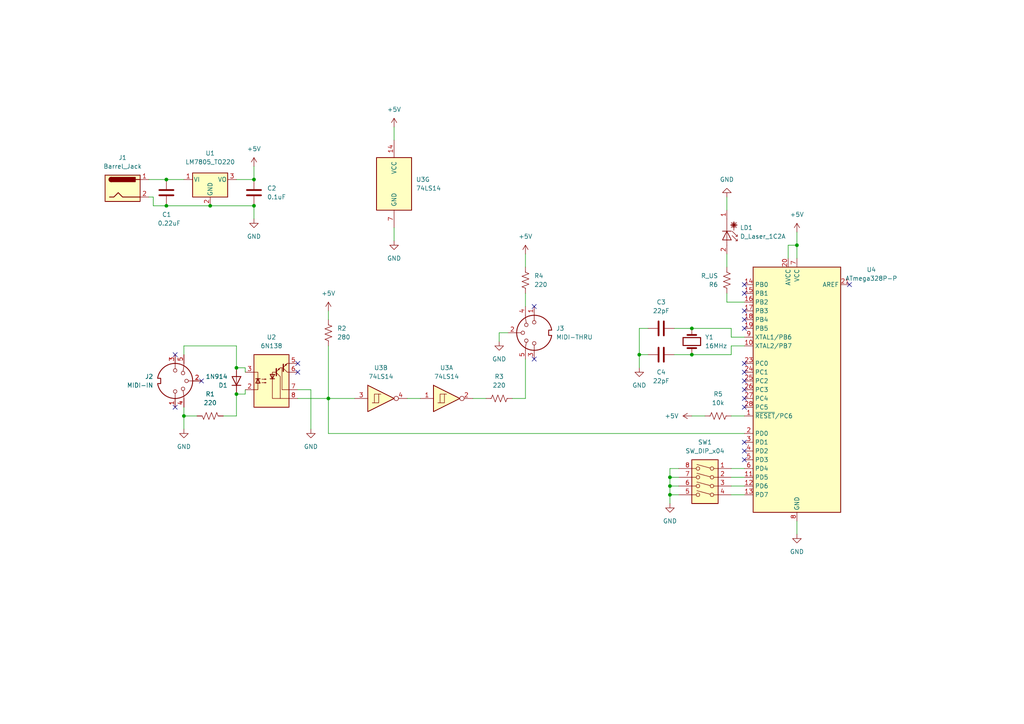
<source format=kicad_sch>
(kicad_sch (version 20211123) (generator eeschema)
  (paper "A4")
  (lib_symbols
    (symbol "74xx:74LS14" (pin_names (offset 1.016))
      (property "Reference" "U" (at 0 1.27 0))
      (property "Value" "74LS14" (at 0 -1.27 0))
      (symbol "74LS14_1_0"
        (polyline (pts (xy -3.81 3.81) (xy -3.81 -3.81) (xy 3.81 0) (xy -3.81 3.81)) (stroke (width 0.254)) (fill (type background)))
        (pin input line (at -7.62 0 0) (length 3.81) (name "~") (number "1"))
        (pin output inverted (at 7.62 0 180) (length 3.81) (name "~") (number "2"))
      )
      (symbol "74LS14_1_1"
        (polyline (pts (xy -1.905 -1.27) (xy -1.905 1.27) (xy -0.635 1.27)))
        (polyline (pts (xy -2.54 -1.27) (xy -0.635 -1.27) (xy -0.635 1.27) (xy 0 1.27)))
      )
      (symbol "74LS14_2_0"
        (polyline (pts (xy -3.81 3.81) (xy -3.81 -3.81) (xy 3.81 0) (xy -3.81 3.81)) (stroke (width 0.254)) (fill (type background)))
        (pin input line (at -7.62 0 0) (length 3.81) (name "~") (number "3"))
        (pin output inverted (at 7.62 0 180) (length 3.81) (name "~") (number "4"))
      )
      (symbol "74LS14_2_1"
        (polyline (pts (xy -1.905 -1.27) (xy -1.905 1.27) (xy -0.635 1.27)))
        (polyline (pts (xy -2.54 -1.27) (xy -0.635 -1.27) (xy -0.635 1.27) (xy 0 1.27)))
      )
      (symbol "74LS14_3_0"
        (polyline (pts (xy -3.81 3.81) (xy -3.81 -3.81) (xy 3.81 0) (xy -3.81 3.81)) (stroke (width 0.254)) (fill (type background)))
        (pin input line (at -7.62 0 0) (length 3.81) (name "~") (number "5"))
        (pin output inverted (at 7.62 0 180) (length 3.81) (name "~") (number "6"))
      )
      (symbol "74LS14_3_1"
        (polyline (pts (xy -1.905 -1.27) (xy -1.905 1.27) (xy -0.635 1.27)))
        (polyline (pts (xy -2.54 -1.27) (xy -0.635 -1.27) (xy -0.635 1.27) (xy 0 1.27)))
      )
      (symbol "74LS14_4_0"
        (polyline (pts (xy -3.81 3.81) (xy -3.81 -3.81) (xy 3.81 0) (xy -3.81 3.81)) (stroke (width 0.254)) (fill (type background)))
        (pin output inverted (at 7.62 0 180) (length 3.81) (name "~") (number "8"))
        (pin input line (at -7.62 0 0) (length 3.81) (name "~") (number "9"))
      )
      (symbol "74LS14_4_1"
        (polyline (pts (xy -1.905 -1.27) (xy -1.905 1.27) (xy -0.635 1.27)))
        (polyline (pts (xy -2.54 -1.27) (xy -0.635 -1.27) (xy -0.635 1.27) (xy 0 1.27)))
      )
      (symbol "74LS14_5_0"
        (polyline (pts (xy -3.81 3.81) (xy -3.81 -3.81) (xy 3.81 0) (xy -3.81 3.81)) (stroke (width 0.254)) (fill (type background)))
        (pin output inverted (at 7.62 0 180) (length 3.81) (name "~") (number "10"))
        (pin input line (at -7.62 0 0) (length 3.81) (name "~") (number "11"))
      )
      (symbol "74LS14_5_1"
        (polyline (pts (xy -1.905 -1.27) (xy -1.905 1.27) (xy -0.635 1.27)))
        (polyline (pts (xy -2.54 -1.27) (xy -0.635 -1.27) (xy -0.635 1.27) (xy 0 1.27)))
      )
      (symbol "74LS14_6_0"
        (polyline (pts (xy -3.81 3.81) (xy -3.81 -3.81) (xy 3.81 0) (xy -3.81 3.81)) (stroke (width 0.254)) (fill (type background)))
        (pin output inverted (at 7.62 0 180) (length 3.81) (name "~") (number "12"))
        (pin input line (at -7.62 0 0) (length 3.81) (name "~") (number "13"))
      )
      (symbol "74LS14_6_1"
        (polyline (pts (xy -1.905 -1.27) (xy -1.905 1.27) (xy -0.635 1.27)))
        (polyline (pts (xy -2.54 -1.27) (xy -0.635 -1.27) (xy -0.635 1.27) (xy 0 1.27)))
      )
      (symbol "74LS14_7_0"
        (pin power_in line (at 0 12.7 270) (length 5.08) (name "VCC") (number "14"))
        (pin power_in line (at 0 -12.7 90) (length 5.08) (name "GND") (number "7"))
      )
      (symbol "74LS14_7_1"
        (rectangle (start -5.08 7.62) (end 5.08 -7.62) (stroke (width 0.254)) (fill (type background)))
      )
    )
    (symbol "Connector:Barrel_Jack" (pin_names (offset 1.016))
      (property "Reference" "J" (at 0 5.334 0))
      (property "Value" "Barrel_Jack" (at 0 -5.08 0))
      (symbol "Barrel_Jack_0_1"
        (rectangle (start -5.08 3.81) (end 5.08 -3.81) (stroke (width 0.254)) (fill (type background)))
        (arc (start -3.302 3.175) (mid -3.937 2.54) (end -3.302 1.905) (stroke (width 0.254)))
        (arc (start -3.302 3.175) (mid -3.937 2.54) (end -3.302 1.905) (stroke (width 0.254)) (fill (type outline)))
        (polyline (pts (xy 5.08 2.54) (xy 3.81 2.54)) (stroke (width 0.254)))
        (polyline (pts (xy -3.81 -2.54) (xy -2.54 -2.54) (xy -1.27 -1.27) (xy 0 -2.54) (xy 2.54 -2.54) (xy 5.08 -2.54)) (stroke (width 0.254)))
        (rectangle (start 3.683 3.175) (end -3.302 1.905) (stroke (width 0.254)) (fill (type outline)))
      )
      (symbol "Barrel_Jack_1_1"
        (pin passive line (at 7.62 2.54 180) (length 2.54) (name "~") (number "1"))
        (pin passive line (at 7.62 -2.54 180) (length 2.54) (name "~") (number "2"))
      )
    )
    (symbol "Connector:DIN-5_180degree" (pin_names (offset 1.016))
      (property "Reference" "J" (at 3.175 5.715 0))
      (property "Value" "DIN-5_180degree" (at 0 -6.35 0))
      (symbol "DIN-5_180degree_0_1"
        (arc (start -5.08 0) (mid -3.8609 -3.3364) (end -0.762 -5.08) (stroke (width 0.254)))
        (circle (center -3.048 0) (radius 0.508))
        (circle (center -2.286 2.286) (radius 0.508))
        (polyline (pts (xy -5.08 0) (xy -3.556 0)))
        (polyline (pts (xy 0 5.08) (xy 0 3.81)))
        (polyline (pts (xy 5.08 0) (xy 3.556 0)))
        (polyline (pts (xy -5.08 2.54) (xy -4.318 2.54) (xy -2.794 2.286)))
        (polyline (pts (xy 5.08 2.54) (xy 4.318 2.54) (xy 2.794 2.286)))
        (polyline (pts (xy -0.762 -4.953) (xy -0.762 -4.191) (xy 0.762 -4.191) (xy 0.762 -4.953)) (stroke (width 0.254)))
        (circle (center 0 3.302) (radius 0.508))
        (arc (start 0.762 -5.08) (mid 3.8685 -3.343) (end 5.08 0) (stroke (width 0.254)))
        (circle (center 2.286 2.286) (radius 0.508))
        (circle (center 3.048 0) (radius 0.508))
        (arc (start 5.08 0) (mid 0 5.08) (end -5.08 0) (stroke (width 0.254)))
      )
      (symbol "DIN-5_180degree_1_1"
        (pin passive line (at -7.62 0 0) (length 2.54) (name "~") (number "1"))
        (pin passive line (at 0 7.62 270) (length 2.54) (name "~") (number "2"))
        (pin passive line (at 7.62 0 180) (length 2.54) (name "~") (number "3"))
        (pin passive line (at -7.62 2.54 0) (length 2.54) (name "~") (number "4"))
        (pin passive line (at 7.62 2.54 180) (length 2.54) (name "~") (number "5"))
      )
    )
    (symbol "Device:C" (pin_numbers hide) (pin_names (offset 0.254))
      (property "Reference" "C" (at 0.635 2.54 0))
      (property "Value" "C" (at 0.635 -2.54 0))
      (symbol "C_0_1"
        (polyline (pts (xy -2.032 -0.762) (xy 2.032 -0.762)) (stroke (width 0.508)))
        (polyline (pts (xy -2.032 0.762) (xy 2.032 0.762)) (stroke (width 0.508)))
      )
      (symbol "C_1_1"
        (pin passive line (at 0 3.81 270) (length 2.794) (name "~") (number "1"))
        (pin passive line (at 0 -3.81 90) (length 2.794) (name "~") (number "2"))
      )
    )
    (symbol "Device:Crystal" (pin_numbers hide) (pin_names (offset 1.016) hide)
      (property "Reference" "Y" (at 0 3.81 0))
      (property "Value" "Crystal" (at 0 -3.81 0))
      (symbol "Crystal_0_1"
        (rectangle (start -1.143 2.54) (end 1.143 -2.54) (stroke (width 0.3048)))
        (polyline (pts (xy -2.54 0) (xy -1.905 0)))
        (polyline (pts (xy -1.905 -1.27) (xy -1.905 1.27)) (stroke (width 0.508)))
        (polyline (pts (xy 1.905 -1.27) (xy 1.905 1.27)) (stroke (width 0.508)))
        (polyline (pts (xy 2.54 0) (xy 1.905 0)))
      )
      (symbol "Crystal_1_1"
        (pin passive line (at -3.81 0 0) (length 1.27) (name "1") (number "1"))
        (pin passive line (at 3.81 0 180) (length 1.27) (name "2") (number "2"))
      )
    )
    (symbol "Device:D_Laser_1C2A" (pin_names (offset 1.016) hide)
      (property "Reference" "LD" (at -1.27 4.445 0))
      (property "Value" "D_Laser_1C2A" (at -1.27 -2.54 0))
      (symbol "D_Laser_1C2A_0_1"
        (polyline (pts (xy -4.064 1.27) (xy -2.54 2.794)))
        (polyline (pts (xy -4.064 1.778) (xy -2.54 2.286)))
        (polyline (pts (xy -4.064 2.286) (xy -2.54 1.778)))
        (polyline (pts (xy -4.064 2.794) (xy -2.54 1.27)))
        (polyline (pts (xy -3.556 2.794) (xy -3.048 1.27)))
        (polyline (pts (xy -3.302 2.032) (xy -3.302 1.016)))
        (polyline (pts (xy -3.302 2.032) (xy -3.302 3.048)))
        (polyline (pts (xy -3.048 2.794) (xy -3.556 1.27)))
        (polyline (pts (xy -1.778 2.032) (xy -4.318 2.032)))
        (polyline (pts (xy -1.524 1.27) (xy -1.524 -1.27)) (stroke (width 0.2032)))
        (polyline (pts (xy 1.27 3.048) (xy 0.762 3.048)))
        (polyline (pts (xy 2.54 0) (xy -5.08 0)))
        (polyline (pts (xy -0.254 1.524) (xy 1.27 3.048) (xy 1.27 2.54)))
        (polyline (pts (xy 1.016 1.27) (xy 1.016 -1.27) (xy -1.524 0) (xy 1.016 1.27)) (stroke (width 0.2032)))
        (polyline (pts (xy -1.524 1.524) (xy 0 3.048) (xy 0 2.54) (xy 0 3.048) (xy -0.508 3.048)))
      )
      (symbol "D_Laser_1C2A_1_1"
        (pin passive line (at -7.62 0 0) (length 2.54) (name "K") (number "1"))
        (pin passive line (at 5.08 0 180) (length 2.54) (name "A") (number "2"))
      )
    )
    (symbol "Device:R_US" (pin_numbers hide) (pin_names (offset 0))
      (property "Reference" "R" (at 2.54 0 90))
      (property "Value" "R_US" (at -2.54 0 90))
      (symbol "R_US_0_1"
        (polyline (pts (xy 0 -2.286) (xy 0 -2.54)))
        (polyline (pts (xy 0 2.286) (xy 0 2.54)))
        (polyline (pts (xy 0 -0.762) (xy 1.016 -1.143) (xy 0 -1.524) (xy -1.016 -1.905) (xy 0 -2.286)))
        (polyline (pts (xy 0 0.762) (xy 1.016 0.381) (xy 0 0) (xy -1.016 -0.381) (xy 0 -0.762)))
        (polyline (pts (xy 0 2.286) (xy 1.016 1.905) (xy 0 1.524) (xy -1.016 1.143) (xy 0 0.762)))
      )
      (symbol "R_US_1_1"
        (pin passive line (at 0 3.81 270) (length 1.27) (name "~") (number "1"))
        (pin passive line (at 0 -3.81 90) (length 1.27) (name "~") (number "2"))
      )
    )
    (symbol "Diode:1N914" (pin_numbers hide) (pin_names (offset 1.016) hide)
      (property "Reference" "D" (at 0 2.54 0))
      (property "Value" "1N914" (at 0 -2.54 0))
      (symbol "1N914_0_1"
        (polyline (pts (xy -1.27 1.27) (xy -1.27 -1.27)) (stroke (width 0.254)))
        (polyline (pts (xy 1.27 0) (xy -1.27 0)))
        (polyline (pts (xy 1.27 1.27) (xy 1.27 -1.27) (xy -1.27 0) (xy 1.27 1.27)) (stroke (width 0.254)))
      )
      (symbol "1N914_1_1"
        (pin passive line (at -3.81 0 0) (length 2.54) (name "K") (number "1"))
        (pin passive line (at 3.81 0 180) (length 2.54) (name "A") (number "2"))
      )
    )
    (symbol "Isolator:6N138" (pin_names (offset 1.016) hide)
      (property "Reference" "U" (at -4.064 8.89 0))
      (property "Value" "6N138" (at 2.286 8.89 0))
      (symbol "6N138_0_1"
        (rectangle (start -5.08 7.62) (end 5.08 -7.62) (stroke (width 0.254)) (fill (type background)))
        (polyline (pts (xy -4.572 -0.635) (xy -3.302 -0.635)) (stroke (width 0.254)))
        (polyline (pts (xy 0.889 -0.635) (xy -0.381 -0.635)) (stroke (width 0.254)))
        (polyline (pts (xy 1.397 -2.667) (xy 2.54 -3.81)))
        (polyline (pts (xy 1.397 -2.413) (xy 2.54 -1.27)))
        (polyline (pts (xy 2.54 -3.81) (xy 3.175 -3.81)))
        (polyline (pts (xy 3.429 -3.937) (xy 4.572 -5.08)))
        (polyline (pts (xy 3.429 -3.683) (xy 4.572 -2.54)))
        (polyline (pts (xy 4.572 -5.08) (xy 5.08 -5.08)))
        (polyline (pts (xy 4.572 -2.54) (xy 5.08 -2.54)))
        (polyline (pts (xy 1.397 -1.524) (xy 1.397 -3.556) (xy 1.397 -3.556)) (stroke (width 0.3556)))
        (polyline (pts (xy 2.54 -1.27) (xy 2.54 5.08) (xy 5.08 5.08)))
        (polyline (pts (xy 3.429 -2.794) (xy 3.429 -4.826) (xy 3.429 -4.826)) (stroke (width 0.3556)))
        (polyline (pts (xy 5.08 2.54) (xy 3.048 2.54) (xy 3.048 -3.81)))
        (polyline (pts (xy -5.08 -2.54) (xy -3.937 -2.54) (xy -3.937 2.54) (xy -5.08 2.54)))
        (polyline (pts (xy -3.937 -0.635) (xy -4.572 0.635) (xy -3.302 0.635) (xy -3.937 -0.635)) (stroke (width 0.254)))
        (polyline (pts (xy 0.254 -0.635) (xy 0.889 -1.905) (xy -0.381 -1.905) (xy 0.254 -0.635)) (stroke (width 0.254)))
        (polyline (pts (xy 1.27 -2.54) (xy 0.254 -2.54) (xy 0.254 5.08) (xy 2.54 5.08)))
        (polyline (pts (xy 2.413 -3.683) (xy 2.159 -3.175) (xy 1.905 -3.429) (xy 2.413 -3.683)))
        (polyline (pts (xy 4.445 -4.953) (xy 4.191 -4.445) (xy 3.937 -4.699) (xy 4.445 -4.953)))
        (polyline (pts (xy -2.794 -0.508) (xy -1.524 -0.508) (xy -1.905 -0.635) (xy -1.905 -0.381) (xy -1.524 -0.508)))
        (polyline (pts (xy -2.794 0.508) (xy -1.524 0.508) (xy -1.905 0.381) (xy -1.905 0.635) (xy -1.524 0.508)))
      )
      (symbol "6N138_1_1"
        (pin no_connect line (at -5.08 5.08 0) (length 2.54) hide (name "NC") (number "1"))
        (pin passive line (at -7.62 2.54 0) (length 2.54) (name "C1") (number "2"))
        (pin passive line (at -7.62 -2.54 0) (length 2.54) (name "C2") (number "3"))
        (pin no_connect line (at -5.08 -5.08 0) (length 2.54) hide (name "NC") (number "4"))
        (pin passive line (at 7.62 -5.08 180) (length 2.54) (name "GND") (number "5"))
        (pin passive line (at 7.62 -2.54 180) (length 2.54) (name "VO2") (number "6"))
        (pin passive line (at 7.62 2.54 180) (length 2.54) (name "VO1") (number "7"))
        (pin passive line (at 7.62 5.08 180) (length 2.54) (name "VCC") (number "8"))
      )
    )
    (symbol "MCU_Microchip_ATmega:ATmega328P-P"
      (property "Reference" "U" (at -12.7 36.83 0))
      (property "Value" "ATmega328P-P" (at 2.54 -36.83 0))
      (symbol "ATmega328P-P_0_1"
        (rectangle (start -12.7 -35.56) (end 12.7 35.56) (stroke (width 0.254)) (fill (type background)))
      )
      (symbol "ATmega328P-P_1_1"
        (pin bidirectional line (at 15.24 -7.62 180) (length 2.54) (name "~{RESET}/PC6") (number "1"))
        (pin bidirectional line (at 15.24 12.7 180) (length 2.54) (name "XTAL2/PB7") (number "10"))
        (pin bidirectional line (at 15.24 -25.4 180) (length 2.54) (name "PD5") (number "11"))
        (pin bidirectional line (at 15.24 -27.94 180) (length 2.54) (name "PD6") (number "12"))
        (pin bidirectional line (at 15.24 -30.48 180) (length 2.54) (name "PD7") (number "13"))
        (pin bidirectional line (at 15.24 30.48 180) (length 2.54) (name "PB0") (number "14"))
        (pin bidirectional line (at 15.24 27.94 180) (length 2.54) (name "PB1") (number "15"))
        (pin bidirectional line (at 15.24 25.4 180) (length 2.54) (name "PB2") (number "16"))
        (pin bidirectional line (at 15.24 22.86 180) (length 2.54) (name "PB3") (number "17"))
        (pin bidirectional line (at 15.24 20.32 180) (length 2.54) (name "PB4") (number "18"))
        (pin bidirectional line (at 15.24 17.78 180) (length 2.54) (name "PB5") (number "19"))
        (pin bidirectional line (at 15.24 -12.7 180) (length 2.54) (name "PD0") (number "2"))
        (pin power_in line (at 2.54 38.1 270) (length 2.54) (name "AVCC") (number "20"))
        (pin passive line (at -15.24 30.48 0) (length 2.54) (name "AREF") (number "21"))
        (pin passive line (at 0 -38.1 90) (length 2.54) hide (name "GND") (number "22"))
        (pin bidirectional line (at 15.24 7.62 180) (length 2.54) (name "PC0") (number "23"))
        (pin bidirectional line (at 15.24 5.08 180) (length 2.54) (name "PC1") (number "24"))
        (pin bidirectional line (at 15.24 2.54 180) (length 2.54) (name "PC2") (number "25"))
        (pin bidirectional line (at 15.24 0 180) (length 2.54) (name "PC3") (number "26"))
        (pin bidirectional line (at 15.24 -2.54 180) (length 2.54) (name "PC4") (number "27"))
        (pin bidirectional line (at 15.24 -5.08 180) (length 2.54) (name "PC5") (number "28"))
        (pin bidirectional line (at 15.24 -15.24 180) (length 2.54) (name "PD1") (number "3"))
        (pin bidirectional line (at 15.24 -17.78 180) (length 2.54) (name "PD2") (number "4"))
        (pin bidirectional line (at 15.24 -20.32 180) (length 2.54) (name "PD3") (number "5"))
        (pin bidirectional line (at 15.24 -22.86 180) (length 2.54) (name "PD4") (number "6"))
        (pin power_in line (at 0 38.1 270) (length 2.54) (name "VCC") (number "7"))
        (pin power_in line (at 0 -38.1 90) (length 2.54) (name "GND") (number "8"))
        (pin bidirectional line (at 15.24 15.24 180) (length 2.54) (name "XTAL1/PB6") (number "9"))
      )
    )
    (symbol "Regulator_Linear:LM7805_TO220" (pin_names (offset 0.254))
      (property "Reference" "U" (at -3.81 3.175 0))
      (property "Value" "LM7805_TO220" (at 0 3.175 0))
      (symbol "LM7805_TO220_0_1"
        (rectangle (start -5.08 1.905) (end 5.08 -5.08) (stroke (width 0.254)) (fill (type background)))
      )
      (symbol "LM7805_TO220_1_1"
        (pin power_in line (at -7.62 0 0) (length 2.54) (name "VI") (number "1"))
        (pin power_in line (at 0 -7.62 90) (length 2.54) (name "GND") (number "2"))
        (pin power_out line (at 7.62 0 180) (length 2.54) (name "VO") (number "3"))
      )
    )
    (symbol "Switch:SW_DIP_x04" (pin_names (offset 0) hide)
      (property "Reference" "SW" (at 0 8.89 0))
      (property "Value" "SW_DIP_x04" (at 0 -6.35 0))
      (symbol "SW_DIP_x04_0_0"
        (circle (center -2.032 -2.54) (radius 0.508))
        (circle (center -2.032 0) (radius 0.508))
        (circle (center -2.032 2.54) (radius 0.508))
        (circle (center -2.032 5.08) (radius 0.508))
        (polyline (pts (xy -1.524 -2.3876) (xy 2.3622 -1.3462)))
        (polyline (pts (xy -1.524 0.127) (xy 2.3622 1.1684)))
        (polyline (pts (xy -1.524 2.667) (xy 2.3622 3.7084)))
        (polyline (pts (xy -1.524 5.207) (xy 2.3622 6.2484)))
        (circle (center 2.032 -2.54) (radius 0.508))
        (circle (center 2.032 0) (radius 0.508))
        (circle (center 2.032 2.54) (radius 0.508))
        (circle (center 2.032 5.08) (radius 0.508))
      )
      (symbol "SW_DIP_x04_0_1"
        (rectangle (start -3.81 7.62) (end 3.81 -5.08) (stroke (width 0.254)) (fill (type background)))
      )
      (symbol "SW_DIP_x04_1_1"
        (pin passive line (at -7.62 5.08 0) (length 5.08) (name "~") (number "1"))
        (pin passive line (at -7.62 2.54 0) (length 5.08) (name "~") (number "2"))
        (pin passive line (at -7.62 0 0) (length 5.08) (name "~") (number "3"))
        (pin passive line (at -7.62 -2.54 0) (length 5.08) (name "~") (number "4"))
        (pin passive line (at 7.62 -2.54 180) (length 5.08) (name "~") (number "5"))
        (pin passive line (at 7.62 0 180) (length 5.08) (name "~") (number "6"))
        (pin passive line (at 7.62 2.54 180) (length 5.08) (name "~") (number "7"))
        (pin passive line (at 7.62 5.08 180) (length 5.08) (name "~") (number "8"))
      )
    )
    (symbol "power:+5V" (power) (pin_names (offset 0))
      (property "Value" "+5V" (at 0 3.556 0))
      (symbol "+5V_0_1"
        (polyline (pts (xy -0.762 1.27) (xy 0 2.54)))
        (polyline (pts (xy 0 0) (xy 0 2.54)))
        (polyline (pts (xy 0 2.54) (xy 0.762 1.27)))
      )
      (symbol "+5V_1_1"
        (pin power_in line (at 0 0 90) (length 0) hide (name "+5V") (number "1"))
      )
    )
    (symbol "power:GND" (power) (pin_names (offset 0))
      (property "Value" "GND" (at 0 -3.81 0))
      (symbol "GND_0_1"
        (polyline (pts (xy 0 0) (xy 0 -1.27) (xy 1.27 -1.27) (xy 0 -2.54) (xy -1.27 -1.27) (xy 0 -1.27)))
      )
      (symbol "GND_1_1"
        (pin power_in line (at 0 0 270) (length 0) hide (name "GND") (number "1"))
      )
    )
  )
  (junction (at 200.66 102.87))
  (junction (at 231.14 71.12))
  (junction (at 68.58 106.68))
  (junction (at 73.66 52.07))
  (junction (at 73.66 59.69))
  (junction (at 48.26 59.69))
  (junction (at 194.31 138.43))
  (junction (at 200.66 95.25))
  (junction (at 48.26 52.07))
  (junction (at 194.31 143.51))
  (junction (at 68.58 114.3))
  (junction (at 60.96 59.69))
  (junction (at 95.25 115.57))
  (junction (at 53.34 120.65))
  (junction (at 185.42 102.87))
  (junction (at 194.31 140.97))
  (no_connect (at 154.94 104.14))
  (no_connect (at 215.9 115.57))
  (no_connect (at 215.9 90.17))
  (no_connect (at 215.9 113.03))
  (no_connect (at 215.9 92.71))
  (no_connect (at 246.38 82.55))
  (no_connect (at 215.9 95.25))
  (no_connect (at 215.9 118.11))
  (no_connect (at 50.8 102.87))
  (no_connect (at 215.9 85.09))
  (no_connect (at 154.94 88.9))
  (no_connect (at 86.36 105.41))
  (no_connect (at 86.36 107.95))
  (no_connect (at 215.9 107.95))
  (no_connect (at 215.9 133.35))
  (no_connect (at 58.42 110.49))
  (no_connect (at 50.8 118.11))
  (no_connect (at 215.9 130.81))
  (no_connect (at 215.9 128.27))
  (no_connect (at 215.9 105.41))
  (no_connect (at 215.9 110.49))
  (no_connect (at 215.9 82.55))
  (wire (pts (xy 44.45 57.15) (xy 43.18 57.15)))
  (wire (pts (xy 200.66 95.25) (xy 212.09 95.25)))
  (wire (pts (xy 212.09 138.43) (xy 215.9 138.43)))
  (wire (pts (xy 212.09 143.51) (xy 215.9 143.51)))
  (wire (pts (xy 185.42 102.87) (xy 187.96 102.87)))
  (wire (pts (xy 195.58 102.87) (xy 200.66 102.87)))
  (wire (pts (xy 53.34 100.33) (xy 68.58 100.33)))
  (wire (pts (xy 212.09 135.89) (xy 215.9 135.89)))
  (wire (pts (xy 44.45 59.69) (xy 48.26 59.69)))
  (wire (pts (xy 212.09 120.65) (xy 215.9 120.65)))
  (wire (pts (xy 185.42 95.25) (xy 185.42 102.87)))
  (wire (pts (xy 60.96 59.69) (xy 73.66 59.69)))
  (wire (pts (xy 44.45 57.15) (xy 44.45 59.69)))
  (wire (pts (xy 43.18 52.07) (xy 48.26 52.07)))
  (wire (pts (xy 231.14 74.93) (xy 231.14 71.12)))
  (wire (pts (xy 68.58 52.07) (xy 73.66 52.07)))
  (wire (pts (xy 231.14 151.13) (xy 231.14 154.94)))
  (wire (pts (xy 187.96 95.25) (xy 185.42 95.25)))
  (wire (pts (xy 185.42 102.87) (xy 185.42 106.68)))
  (wire (pts (xy 210.82 77.47) (xy 210.82 73.66)))
  (wire (pts (xy 118.11 115.57) (xy 121.92 115.57)))
  (wire (pts (xy 210.82 60.96) (xy 210.82 57.15)))
  (wire (pts (xy 68.58 120.65) (xy 68.58 114.3)))
  (wire (pts (xy 71.12 113.03) (xy 71.12 114.3)))
  (wire (pts (xy 147.32 96.52) (xy 144.78 96.52)))
  (wire (pts (xy 73.66 48.26) (xy 73.66 52.07)))
  (wire (pts (xy 86.36 115.57) (xy 95.25 115.57)))
  (wire (pts (xy 196.85 138.43) (xy 194.31 138.43)))
  (wire (pts (xy 53.34 102.87) (xy 53.34 100.33)))
  (wire (pts (xy 114.3 36.83) (xy 114.3 40.64)))
  (wire (pts (xy 86.36 113.03) (xy 90.17 113.03)))
  (wire (pts (xy 200.66 102.87) (xy 212.09 102.87)))
  (wire (pts (xy 152.4 115.57) (xy 152.4 104.14)))
  (wire (pts (xy 212.09 100.33) (xy 215.9 100.33)))
  (wire (pts (xy 114.3 66.04) (xy 114.3 69.85)))
  (wire (pts (xy 194.31 135.89) (xy 194.31 138.43)))
  (wire (pts (xy 68.58 114.3) (xy 71.12 114.3)))
  (wire (pts (xy 215.9 125.73) (xy 95.25 125.73)))
  (wire (pts (xy 152.4 73.66) (xy 152.4 77.47)))
  (wire (pts (xy 53.34 118.11) (xy 53.34 120.65)))
  (wire (pts (xy 231.14 71.12) (xy 228.6 71.12)))
  (wire (pts (xy 228.6 71.12) (xy 228.6 74.93)))
  (wire (pts (xy 68.58 120.65) (xy 64.77 120.65)))
  (wire (pts (xy 68.58 106.68) (xy 68.58 100.33)))
  (wire (pts (xy 194.31 143.51) (xy 194.31 146.05)))
  (wire (pts (xy 200.66 120.65) (xy 204.47 120.65)))
  (wire (pts (xy 144.78 96.52) (xy 144.78 99.06)))
  (wire (pts (xy 231.14 67.31) (xy 231.14 71.12)))
  (wire (pts (xy 212.09 97.79) (xy 215.9 97.79)))
  (wire (pts (xy 95.25 100.33) (xy 95.25 115.57)))
  (wire (pts (xy 212.09 140.97) (xy 215.9 140.97)))
  (wire (pts (xy 212.09 102.87) (xy 212.09 100.33)))
  (wire (pts (xy 48.26 59.69) (xy 60.96 59.69)))
  (wire (pts (xy 53.34 120.65) (xy 57.15 120.65)))
  (wire (pts (xy 210.82 87.63) (xy 210.82 85.09)))
  (wire (pts (xy 95.25 90.17) (xy 95.25 92.71)))
  (wire (pts (xy 194.31 138.43) (xy 194.31 140.97)))
  (wire (pts (xy 95.25 125.73) (xy 95.25 115.57)))
  (wire (pts (xy 137.16 115.57) (xy 140.97 115.57)))
  (wire (pts (xy 48.26 52.07) (xy 53.34 52.07)))
  (wire (pts (xy 215.9 87.63) (xy 210.82 87.63)))
  (wire (pts (xy 73.66 59.69) (xy 73.66 63.5)))
  (wire (pts (xy 196.85 140.97) (xy 194.31 140.97)))
  (wire (pts (xy 71.12 107.95) (xy 71.12 106.68)))
  (wire (pts (xy 196.85 135.89) (xy 194.31 135.89)))
  (wire (pts (xy 195.58 95.25) (xy 200.66 95.25)))
  (wire (pts (xy 53.34 120.65) (xy 53.34 124.46)))
  (wire (pts (xy 68.58 106.68) (xy 71.12 106.68)))
  (wire (pts (xy 95.25 115.57) (xy 102.87 115.57)))
  (wire (pts (xy 194.31 140.97) (xy 194.31 143.51)))
  (wire (pts (xy 90.17 113.03) (xy 90.17 124.46)))
  (wire (pts (xy 196.85 143.51) (xy 194.31 143.51)))
  (wire (pts (xy 152.4 85.09) (xy 152.4 88.9)))
  (wire (pts (xy 212.09 95.25) (xy 212.09 97.79)))
  (wire (pts (xy 148.59 115.57) (xy 152.4 115.57)))
  (symbol (lib_id "74xx:74LS14") (at 114.3 53.34 0) (unit 7)
    (property "Reference" "U3" (at 120.65 52.0699 0) (effects (justify left)))
    (property "Value" "74LS14" (at 120.65 54.6099 0) (effects (justify left)))
    (property "Footprint" "Package_DIP:DIP-14_W7.62mm_Socket" (effects hide))
    (property "Datasheet" "http://www.ti.com/lit/gpn/sn74LS14" (effects hide))
  )
  (symbol (lib_id "Device:C") (at 73.66 55.88 0) (unit 1)
    (property "Reference" "C2" (at 77.47 54.6099 0) (effects (justify left)))
    (property "Value" "0.1uF" (at 77.47 57.1499 0) (effects (justify left)))
    (property "Footprint" "Capacitor_THT:C_Disc_D5.0mm_W2.5mm_P2.50mm" (effects hide))
  )
  (symbol (lib_id "MCU_Microchip_ATmega:ATmega328P-P") (at 231.14 113.03 0) (mirror y) (unit 1)
    (property "Reference" "U4" (at 252.73 78.2193 0))
    (property "Value" "ATmega328P-P" (at 252.73 80.7593 0))
    (property "Footprint" "Package_DIP:DIP-28_W7.62mm_Socket" (effects hide))
    (property "Datasheet" "http://ww1.microchip.com/downloads/en/DeviceDoc/ATmega328_P%20AVR%20MCU%20with%20picoPower%20Technology%20Data%20Sheet%2040001984A.pdf" (effects hide))
  )
  (symbol (lib_id "Connector:DIN-5_180degree") (at 50.8 110.49 270) (mirror x) (unit 1)
    (property "Reference" "J2" (at 44.45 109.2198 90) (effects (justify right)))
    (property "Value" "MIDI-IN" (at 44.45 111.7598 90) (effects (justify right)))
    (property "Footprint" "local:CUI_SDS-50J" (effects hide))
    (property "Datasheet" "http://www.mouser.com/ds/2/18/40_c091_abd_e-75918.pdf" (effects hide))
    (property "Field4" "CP-2350-ND" (effects hide))
  )
  (symbol (lib_id "Device:R_US") (at 144.78 115.57 270) (unit 1)
    (property "Reference" "R3" (at 144.78 109.22 90))
    (property "Value" "220" (at 144.78 111.76 90))
    (property "Footprint" "Resistor_THT:R_Axial_DIN0207_L6.3mm_D2.5mm_P10.16mm_Horizontal" (effects hide))
  )
  (symbol (lib_id "power:GND") (at 185.42 106.68 0) (unit 1)
    (property "Reference" "#PWR0106" (effects hide))
    (property "Value" "GND" (at 185.42 111.76 0))
  )
  (symbol (lib_id "power:GND") (at 73.66 63.5 0) (unit 1)
    (property "Reference" "#PWR0101" (effects hide))
    (property "Value" "GND" (at 73.66 68.58 0))
  )
  (symbol (lib_id "Connector:Barrel_Jack") (at 35.56 54.61 0) (unit 1)
    (property "Reference" "J1" (at 35.56 45.72 0))
    (property "Value" "Barrel_Jack" (at 35.56 48.26 0))
    (property "Footprint" "local:CUI_PJ-037A" (effects hide))
    (property "Field4" "CP-037A-ND" (effects hide))
  )
  (symbol (lib_id "Device:R_US") (at 60.96 120.65 270) (mirror x) (unit 1)
    (property "Reference" "R1" (at 60.96 114.3 90))
    (property "Value" "220" (at 60.96 116.84 90))
    (property "Footprint" "Resistor_THT:R_Axial_DIN0207_L6.3mm_D2.5mm_P10.16mm_Horizontal" (effects hide))
  )
  (symbol (lib_id "power:+5V") (at 95.25 90.17 0) (unit 1)
    (property "Reference" "#PWR0113" (effects hide))
    (property "Value" "+5V" (at 95.25 85.09 0))
  )
  (symbol (lib_id "Device:R_US") (at 95.25 96.52 0) (unit 1)
    (property "Reference" "R2" (at 97.79 95.2499 0) (effects (justify left)))
    (property "Value" "280" (at 97.79 97.7899 0) (effects (justify left)))
    (property "Footprint" "Resistor_THT:R_Axial_DIN0207_L6.3mm_D2.5mm_P10.16mm_Horizontal" (effects hide))
  )
  (symbol (lib_id "Regulator_Linear:LM7805_TO220") (at 60.96 52.07 0) (unit 1)
    (property "Reference" "U1" (at 60.96 44.45 0))
    (property "Value" "LM7805_TO220" (at 60.96 46.99 0))
    (property "Footprint" "Package_TO_SOT_THT:TO-220-3_Vertical" (effects hide))
    (property "Datasheet" "https://www.onsemi.cn/PowerSolutions/document/MC7800-D.PDF" (effects hide))
  )
  (symbol (lib_id "power:GND") (at 194.31 146.05 0) (unit 1)
    (property "Reference" "#PWR0104" (effects hide))
    (property "Value" "GND" (at 194.31 151.13 0))
  )
  (symbol (lib_id "Device:R_US") (at 152.4 81.28 0) (unit 1)
    (property "Reference" "R4" (at 154.94 80.0099 0) (effects (justify left)))
    (property "Value" "220" (at 154.94 82.5499 0) (effects (justify left)))
    (property "Footprint" "Resistor_THT:R_Axial_DIN0207_L6.3mm_D2.5mm_P10.16mm_Horizontal" (effects hide))
  )
  (symbol (lib_id "power:GND") (at 231.14 154.94 0) (unit 1)
    (property "Reference" "#PWR0103" (effects hide))
    (property "Value" "GND" (at 231.14 160.02 0))
  )
  (symbol (lib_id "power:+5V") (at 73.66 48.26 0) (unit 1)
    (property "Reference" "#PWR0102" (effects hide))
    (property "Value" "+5V" (at 73.66 43.18 0))
  )
  (symbol (lib_id "74xx:74LS14") (at 129.54 115.57 0) (unit 1)
    (property "Reference" "U3" (at 129.54 106.68 0))
    (property "Value" "74LS14" (at 129.54 109.22 0))
    (property "Footprint" "Package_DIP:DIP-14_W7.62mm_Socket" (effects hide))
    (property "Datasheet" "http://www.ti.com/lit/gpn/sn74LS14" (effects hide))
  )
  (symbol (lib_id "Connector:DIN-5_180degree") (at 154.94 96.52 90) (mirror x) (unit 1)
    (property "Reference" "J3" (at 161.29 95.25 90) (effects (justify right)))
    (property "Value" "MIDI-THRU" (at 161.29 97.79 90) (effects (justify right)))
    (property "Footprint" "local:CUI_SDS-50J" (effects hide))
    (property "Datasheet" "http://www.mouser.com/ds/2/18/40_c091_abd_e-75918.pdf" (effects hide))
    (property "Field4" "CP-2350-ND" (effects hide))
  )
  (symbol (lib_id "Isolator:6N138") (at 78.74 110.49 0) (mirror x) (unit 1)
    (property "Reference" "U2" (at 78.74 97.79 0))
    (property "Value" "6N138" (at 78.74 100.33 0))
    (property "Footprint" "Package_DIP:DIP-8_W7.62mm_Socket" (effects hide))
    (property "Datasheet" "http://www.onsemi.com/pub/Collateral/HCPL2731-D.pdf" (effects hide))
  )
  (symbol (lib_id "Device:Crystal") (at 200.66 99.06 90) (unit 1)
    (property "Reference" "Y1" (at 204.47 97.7899 90) (effects (justify right)))
    (property "Value" "16MHz" (at 204.47 100.3299 90) (effects (justify right)))
    (property "Footprint" "Crystal:Crystal_HC49-U_Vertical" (effects hide))
  )
  (symbol (lib_id "power:GND") (at 53.34 124.46 0) (unit 1)
    (property "Reference" "#PWR0112" (effects hide))
    (property "Value" "GND" (at 53.34 129.54 0))
  )
  (symbol (lib_id "Device:C") (at 48.26 55.88 0) (unit 1)
    (property "Reference" "C1" (at 46.99 62.23 0) (effects (justify left)))
    (property "Value" "0.22uF" (at 45.72 64.77 0) (effects (justify left)))
    (property "Footprint" "Capacitor_THT:C_Disc_D5.0mm_W2.5mm_P2.50mm" (effects hide))
  )
  (symbol (lib_id "power:+5V") (at 114.3 36.83 0) (unit 1)
    (property "Reference" "#PWR0109" (effects hide))
    (property "Value" "+5V" (at 114.3 31.75 0))
  )
  (symbol (lib_id "power:GND") (at 210.82 57.15 180) (unit 1)
    (property "Reference" "#PWR0114" (effects hide))
    (property "Value" "GND" (at 210.82 52.07 0))
  )
  (symbol (lib_id "Device:C") (at 191.77 95.25 270) (unit 1)
    (property "Reference" "C3" (at 191.77 87.63 90))
    (property "Value" "22pF" (at 191.77 90.17 90))
    (property "Footprint" "Capacitor_THT:C_Disc_D5.0mm_W2.5mm_P2.50mm" (effects hide))
  )
  (symbol (lib_id "power:GND") (at 90.17 124.46 0) (unit 1)
    (property "Reference" "#PWR0111" (effects hide))
    (property "Value" "GND" (at 90.17 129.54 0))
  )
  (symbol (lib_id "power:+5V") (at 231.14 67.31 0) (unit 1)
    (property "Reference" "#PWR0115" (effects hide))
    (property "Value" "+5V" (at 231.14 62.23 0))
  )
  (symbol (lib_id "power:GND") (at 114.3 69.85 0) (unit 1)
    (property "Reference" "#PWR0110" (effects hide))
    (property "Value" "GND" (at 114.3 74.93 0))
  )
  (symbol (lib_id "Device:R_US") (at 208.28 120.65 270) (unit 1)
    (property "Reference" "R5" (at 208.28 114.3 90))
    (property "Value" "10k" (at 208.28 116.84 90))
    (property "Footprint" "Resistor_THT:R_Axial_DIN0207_L6.3mm_D2.5mm_P10.16mm_Horizontal" (effects hide))
  )
  (symbol (lib_id "Device:R_US") (at 210.82 81.28 180) (unit 1)
    (property "Reference" "R6" (at 208.28 82.5501 0) (effects (justify left)))
    (property "Value" "R_US" (at 208.28 80.0101 0) (effects (justify left)))
    (property "Footprint" "Resistor_THT:R_Axial_DIN0207_L6.3mm_D2.5mm_P10.16mm_Horizontal" (effects hide))
  )
  (symbol (lib_id "power:+5V") (at 152.4 73.66 0) (unit 1)
    (property "Reference" "#PWR0105" (effects hide))
    (property "Value" "+5V" (at 152.4 68.58 0))
  )
  (symbol (lib_id "Device:C") (at 191.77 102.87 90) (unit 1)
    (property "Reference" "C4" (at 191.77 107.95 90))
    (property "Value" "22pF" (at 191.77 110.49 90))
    (property "Footprint" "Capacitor_THT:C_Disc_D5.0mm_W2.5mm_P2.50mm" (effects hide))
  )
  (symbol (lib_id "power:GND") (at 144.78 99.06 0) (unit 1)
    (property "Reference" "#PWR0108" (effects hide))
    (property "Value" "GND" (at 144.78 104.14 0))
  )
  (symbol (lib_id "74xx:74LS14") (at 110.49 115.57 0) (unit 2)
    (property "Reference" "U3" (at 110.49 106.68 0))
    (property "Value" "74LS14" (at 110.49 109.22 0))
    (property "Footprint" "Package_DIP:DIP-14_W7.62mm_Socket" (effects hide))
    (property "Datasheet" "http://www.ti.com/lit/gpn/sn74LS14" (effects hide))
  )
  (symbol (lib_id "Diode:1N914") (at 68.58 110.49 270) (mirror x) (unit 1)
    (property "Reference" "D1" (at 66.04 111.7601 90) (effects (justify right)))
    (property "Value" "1N914" (at 66.04 109.2201 90) (effects (justify right)))
    (property "Footprint" "Diode_THT:D_DO-35_SOD27_P7.62mm_Horizontal" (effects hide))
    (property "Datasheet" "http://www.vishay.com/docs/85622/1n914.pdf" (effects hide))
  )
  (symbol (lib_id "Device:D_Laser_1C2A") (at 210.82 68.58 270) (unit 1)
    (property "Reference" "LD1" (at 214.63 66.0399 90) (effects (justify left)))
    (property "Value" "D_Laser_1C2A" (at 214.63 68.5799 90) (effects (justify left)))
    (property "Footprint" "Connector_PinHeader_2.54mm:PinHeader_1x02_P2.54mm_Vertical" (effects hide))
  )
  (symbol (lib_id "Switch:SW_DIP_x04") (at 204.47 140.97 0) (mirror y) (unit 1)
    (property "Reference" "SW1" (at 204.47 128.27 0))
    (property "Value" "SW_DIP_x04" (at 204.47 130.81 0))
    (property "Footprint" "Button_Switch_THT:SW_DIP_SPSTx04_Slide_9.78x12.34mm_W7.62mm_P2.54mm" (effects hide))
  )
  (symbol (lib_id "power:+5V") (at 200.66 120.65 90) (unit 1)
    (property "Reference" "#PWR0107" (effects hide))
    (property "Value" "+5V" (at 196.85 120.6499 90) (effects (justify left)))
  )
)
</source>
